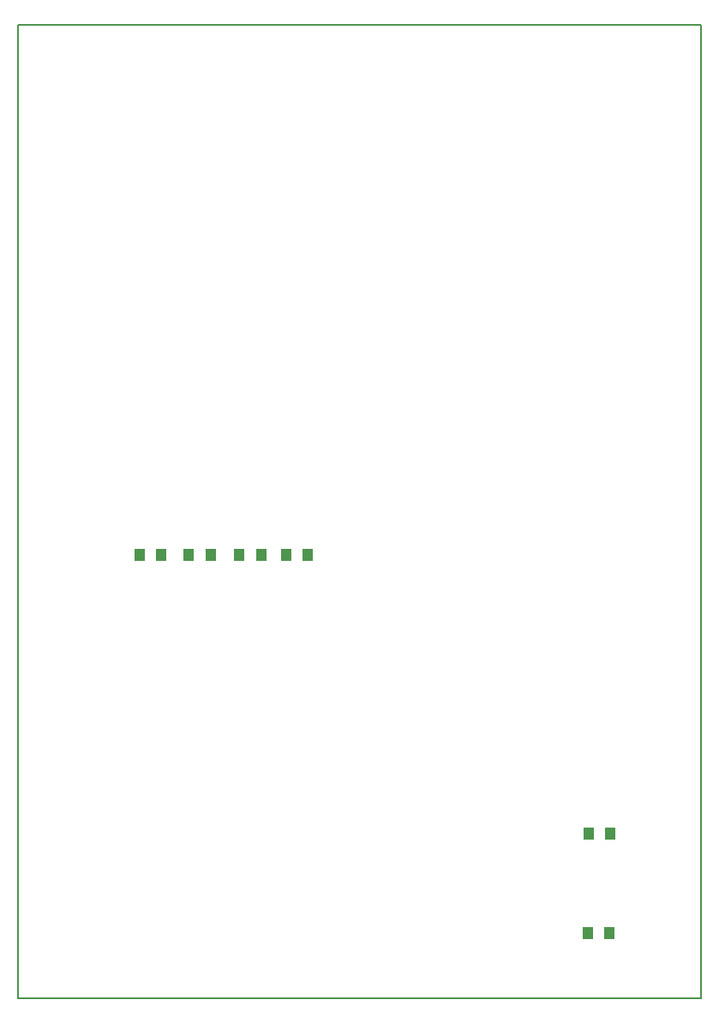
<source format=gbr>
G04 PROTEUS GERBER X2 FILE*
%TF.GenerationSoftware,Labcenter,Proteus,8.6-SP2-Build23525*%
%TF.CreationDate,2019-05-23T03:36:02+00:00*%
%TF.FileFunction,Paste,Top*%
%TF.FilePolarity,Positive*%
%TF.Part,Single*%
%FSLAX45Y45*%
%MOMM*%
G01*
%TA.AperFunction,Material*%
%ADD31R,1.016000X1.270000*%
%TA.AperFunction,Profile*%
%ADD20C,0.203200*%
%TD.AperFunction*%
D31*
X-8986640Y+950000D03*
X-9200000Y+950000D03*
X-8500000Y+950000D03*
X-8713360Y+950000D03*
X-8000000Y+950000D03*
X-8213360Y+950000D03*
X-7750000Y+950000D03*
X-7536640Y+950000D03*
X-4550000Y-1800000D03*
X-4763360Y-1800000D03*
X-4560000Y-2780000D03*
X-4773360Y-2780000D03*
D20*
X-10400000Y-3430000D02*
X-3650000Y-3430000D01*
X-3650000Y+6180000D01*
X-10400000Y+6180000D01*
X-10400000Y-3430000D01*
M02*

</source>
